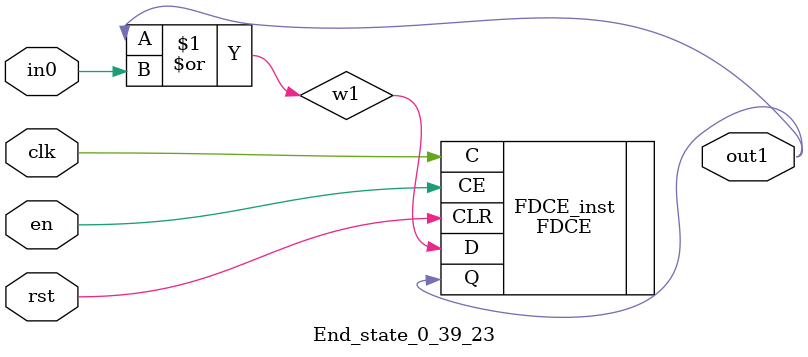
<source format=v>
module engine_0_39(out,clk,sod,en, in_0, in_1, in_6, in_8, in_9, in_12, in_13, in_14, in_15, in_16, in_17, in_18, in_21, in_29, in_30, in_36);
//pcre: /^Server\x3A\s+Guptachar\s+\d+\x2E\d+/smi
//block char: ^[9], \x20[8], G[0], S[0], H[0], \x2E[8], \d[5], v[0], a[0], r[0], e[0], c[0], p[0], u[0], t[0], \x3A[8], 

	input clk,sod,en;

	input in_0, in_1, in_6, in_8, in_9, in_12, in_13, in_14, in_15, in_16, in_17, in_18, in_21, in_29, in_30, in_36;
	output out;

	assign w0 = 1'b1;
	state_0_39_1 BlockState_0_39_1 (w1,in_0,clk,en,sod,w0);
	state_0_39_2 BlockState_0_39_2 (w2,in_8,clk,en,sod,w1);
	state_0_39_3 BlockState_0_39_3 (w3,in_17,clk,en,sod,w2);
	state_0_39_4 BlockState_0_39_4 (w4,in_16,clk,en,sod,w3);
	state_0_39_5 BlockState_0_39_5 (w5,in_14,clk,en,sod,w4);
	state_0_39_6 BlockState_0_39_6 (w6,in_17,clk,en,sod,w5);
	state_0_39_7 BlockState_0_39_7 (w7,in_16,clk,en,sod,w6);
	state_0_39_8 BlockState_0_39_8 (w8,in_36,clk,en,sod,w7);
	state_0_39_9 BlockState_0_39_9 (w9,in_1,clk,en,sod,w9,w8);
	state_0_39_10 BlockState_0_39_10 (w10,in_6,clk,en,sod,w9);
	state_0_39_11 BlockState_0_39_11 (w11,in_29,clk,en,sod,w10);
	state_0_39_12 BlockState_0_39_12 (w12,in_21,clk,en,sod,w11);
	state_0_39_13 BlockState_0_39_13 (w13,in_30,clk,en,sod,w12);
	state_0_39_14 BlockState_0_39_14 (w14,in_15,clk,en,sod,w13);
	state_0_39_15 BlockState_0_39_15 (w15,in_18,clk,en,sod,w14);
	state_0_39_16 BlockState_0_39_16 (w16,in_9,clk,en,sod,w15);
	state_0_39_17 BlockState_0_39_17 (w17,in_15,clk,en,sod,w16);
	state_0_39_18 BlockState_0_39_18 (w18,in_16,clk,en,sod,w17);
	state_0_39_19 BlockState_0_39_19 (w19,in_1,clk,en,sod,w19,w18);
	state_0_39_20 BlockState_0_39_20 (w20,in_13,clk,en,sod,w20,w19);
	state_0_39_21 BlockState_0_39_21 (w21,in_12,clk,en,sod,w20);
	state_0_39_22 BlockState_0_39_22 (w22,in_13,clk,en,sod,w22,w21);
	End_state_0_39_23 BlockState_0_39_23 (out,clk,en,sod,w22);
endmodule

module state_0_39_1(out1,in_char,clk,en,rst,in0);
	input in_char,clk,en,rst,in0;
	output out1;
	wire w1,w2;
	assign w1 = in0; 
	and(w2,in_char,w1);
	FDCE #(.INIT(1'b0)) FDCE_inst (
		.Q(out1),
		.C(clk),
		.CE(en),
		.CLR(rst),
		.D(w2)
);
endmodule

module state_0_39_2(out1,in_char,clk,en,rst,in0);
	input in_char,clk,en,rst,in0;
	output out1;
	wire w1,w2;
	assign w1 = in0; 
	and(w2,in_char,w1);
	FDCE #(.INIT(1'b0)) FDCE_inst (
		.Q(out1),
		.C(clk),
		.CE(en),
		.CLR(rst),
		.D(w2)
);
endmodule

module state_0_39_3(out1,in_char,clk,en,rst,in0);
	input in_char,clk,en,rst,in0;
	output out1;
	wire w1,w2;
	assign w1 = in0; 
	and(w2,in_char,w1);
	FDCE #(.INIT(1'b0)) FDCE_inst (
		.Q(out1),
		.C(clk),
		.CE(en),
		.CLR(rst),
		.D(w2)
);
endmodule

module state_0_39_4(out1,in_char,clk,en,rst,in0);
	input in_char,clk,en,rst,in0;
	output out1;
	wire w1,w2;
	assign w1 = in0; 
	and(w2,in_char,w1);
	FDCE #(.INIT(1'b0)) FDCE_inst (
		.Q(out1),
		.C(clk),
		.CE(en),
		.CLR(rst),
		.D(w2)
);
endmodule

module state_0_39_5(out1,in_char,clk,en,rst,in0);
	input in_char,clk,en,rst,in0;
	output out1;
	wire w1,w2;
	assign w1 = in0; 
	and(w2,in_char,w1);
	FDCE #(.INIT(1'b0)) FDCE_inst (
		.Q(out1),
		.C(clk),
		.CE(en),
		.CLR(rst),
		.D(w2)
);
endmodule

module state_0_39_6(out1,in_char,clk,en,rst,in0);
	input in_char,clk,en,rst,in0;
	output out1;
	wire w1,w2;
	assign w1 = in0; 
	and(w2,in_char,w1);
	FDCE #(.INIT(1'b0)) FDCE_inst (
		.Q(out1),
		.C(clk),
		.CE(en),
		.CLR(rst),
		.D(w2)
);
endmodule

module state_0_39_7(out1,in_char,clk,en,rst,in0);
	input in_char,clk,en,rst,in0;
	output out1;
	wire w1,w2;
	assign w1 = in0; 
	and(w2,in_char,w1);
	FDCE #(.INIT(1'b0)) FDCE_inst (
		.Q(out1),
		.C(clk),
		.CE(en),
		.CLR(rst),
		.D(w2)
);
endmodule

module state_0_39_8(out1,in_char,clk,en,rst,in0);
	input in_char,clk,en,rst,in0;
	output out1;
	wire w1,w2;
	assign w1 = in0; 
	and(w2,in_char,w1);
	FDCE #(.INIT(1'b0)) FDCE_inst (
		.Q(out1),
		.C(clk),
		.CE(en),
		.CLR(rst),
		.D(w2)
);
endmodule

module state_0_39_9(out1,in_char,clk,en,rst,in0,in1);
	input in_char,clk,en,rst,in0,in1;
	output out1;
	wire w1,w2;
	or(w1,in0,in1);
	and(w2,in_char,w1);
	FDCE #(.INIT(1'b0)) FDCE_inst (
		.Q(out1),
		.C(clk),
		.CE(en),
		.CLR(rst),
		.D(w2)
);
endmodule

module state_0_39_10(out1,in_char,clk,en,rst,in0);
	input in_char,clk,en,rst,in0;
	output out1;
	wire w1,w2;
	assign w1 = in0; 
	and(w2,in_char,w1);
	FDCE #(.INIT(1'b0)) FDCE_inst (
		.Q(out1),
		.C(clk),
		.CE(en),
		.CLR(rst),
		.D(w2)
);
endmodule

module state_0_39_11(out1,in_char,clk,en,rst,in0);
	input in_char,clk,en,rst,in0;
	output out1;
	wire w1,w2;
	assign w1 = in0; 
	and(w2,in_char,w1);
	FDCE #(.INIT(1'b0)) FDCE_inst (
		.Q(out1),
		.C(clk),
		.CE(en),
		.CLR(rst),
		.D(w2)
);
endmodule

module state_0_39_12(out1,in_char,clk,en,rst,in0);
	input in_char,clk,en,rst,in0;
	output out1;
	wire w1,w2;
	assign w1 = in0; 
	and(w2,in_char,w1);
	FDCE #(.INIT(1'b0)) FDCE_inst (
		.Q(out1),
		.C(clk),
		.CE(en),
		.CLR(rst),
		.D(w2)
);
endmodule

module state_0_39_13(out1,in_char,clk,en,rst,in0);
	input in_char,clk,en,rst,in0;
	output out1;
	wire w1,w2;
	assign w1 = in0; 
	and(w2,in_char,w1);
	FDCE #(.INIT(1'b0)) FDCE_inst (
		.Q(out1),
		.C(clk),
		.CE(en),
		.CLR(rst),
		.D(w2)
);
endmodule

module state_0_39_14(out1,in_char,clk,en,rst,in0);
	input in_char,clk,en,rst,in0;
	output out1;
	wire w1,w2;
	assign w1 = in0; 
	and(w2,in_char,w1);
	FDCE #(.INIT(1'b0)) FDCE_inst (
		.Q(out1),
		.C(clk),
		.CE(en),
		.CLR(rst),
		.D(w2)
);
endmodule

module state_0_39_15(out1,in_char,clk,en,rst,in0);
	input in_char,clk,en,rst,in0;
	output out1;
	wire w1,w2;
	assign w1 = in0; 
	and(w2,in_char,w1);
	FDCE #(.INIT(1'b0)) FDCE_inst (
		.Q(out1),
		.C(clk),
		.CE(en),
		.CLR(rst),
		.D(w2)
);
endmodule

module state_0_39_16(out1,in_char,clk,en,rst,in0);
	input in_char,clk,en,rst,in0;
	output out1;
	wire w1,w2;
	assign w1 = in0; 
	and(w2,in_char,w1);
	FDCE #(.INIT(1'b0)) FDCE_inst (
		.Q(out1),
		.C(clk),
		.CE(en),
		.CLR(rst),
		.D(w2)
);
endmodule

module state_0_39_17(out1,in_char,clk,en,rst,in0);
	input in_char,clk,en,rst,in0;
	output out1;
	wire w1,w2;
	assign w1 = in0; 
	and(w2,in_char,w1);
	FDCE #(.INIT(1'b0)) FDCE_inst (
		.Q(out1),
		.C(clk),
		.CE(en),
		.CLR(rst),
		.D(w2)
);
endmodule

module state_0_39_18(out1,in_char,clk,en,rst,in0);
	input in_char,clk,en,rst,in0;
	output out1;
	wire w1,w2;
	assign w1 = in0; 
	and(w2,in_char,w1);
	FDCE #(.INIT(1'b0)) FDCE_inst (
		.Q(out1),
		.C(clk),
		.CE(en),
		.CLR(rst),
		.D(w2)
);
endmodule

module state_0_39_19(out1,in_char,clk,en,rst,in0,in1);
	input in_char,clk,en,rst,in0,in1;
	output out1;
	wire w1,w2;
	or(w1,in0,in1);
	and(w2,in_char,w1);
	FDCE #(.INIT(1'b0)) FDCE_inst (
		.Q(out1),
		.C(clk),
		.CE(en),
		.CLR(rst),
		.D(w2)
);
endmodule

module state_0_39_20(out1,in_char,clk,en,rst,in0,in1);
	input in_char,clk,en,rst,in0,in1;
	output out1;
	wire w1,w2;
	or(w1,in0,in1);
	and(w2,in_char,w1);
	FDCE #(.INIT(1'b0)) FDCE_inst (
		.Q(out1),
		.C(clk),
		.CE(en),
		.CLR(rst),
		.D(w2)
);
endmodule

module state_0_39_21(out1,in_char,clk,en,rst,in0);
	input in_char,clk,en,rst,in0;
	output out1;
	wire w1,w2;
	assign w1 = in0; 
	and(w2,in_char,w1);
	FDCE #(.INIT(1'b0)) FDCE_inst (
		.Q(out1),
		.C(clk),
		.CE(en),
		.CLR(rst),
		.D(w2)
);
endmodule

module state_0_39_22(out1,in_char,clk,en,rst,in0,in1);
	input in_char,clk,en,rst,in0,in1;
	output out1;
	wire w1,w2;
	or(w1,in0,in1);
	and(w2,in_char,w1);
	FDCE #(.INIT(1'b0)) FDCE_inst (
		.Q(out1),
		.C(clk),
		.CE(en),
		.CLR(rst),
		.D(w2)
);
endmodule

module End_state_0_39_23(out1,clk,en,rst,in0);
	input clk,rst,en,in0;
	output out1;
	wire w1;
	or(w1,out1,in0);
	FDCE #(.INIT(1'b0)) FDCE_inst (
		.Q(out1),
		.C(clk),
		.CE(en),
		.CLR(rst),
		.D(w1)
);
endmodule


</source>
